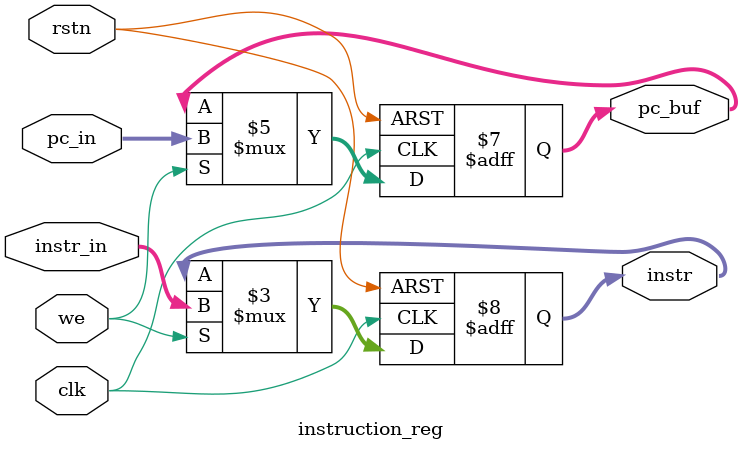
<source format=v>
module instruction_reg (
  input clk, 
  input rstn, 
  
  input we,
  input [31:0] pc_in, instr_in,
  output reg [31:0] pc_buf, instr
);

always @ (posedge clk or negedge rstn) begin
  if (!rstn) begin
    pc_buf <= 32'b0;
    instr  <= 32'b0;
  end else if (we) begin
    pc_buf <= pc_in;
    instr  <= instr_in;
  end
end

endmodule

</source>
